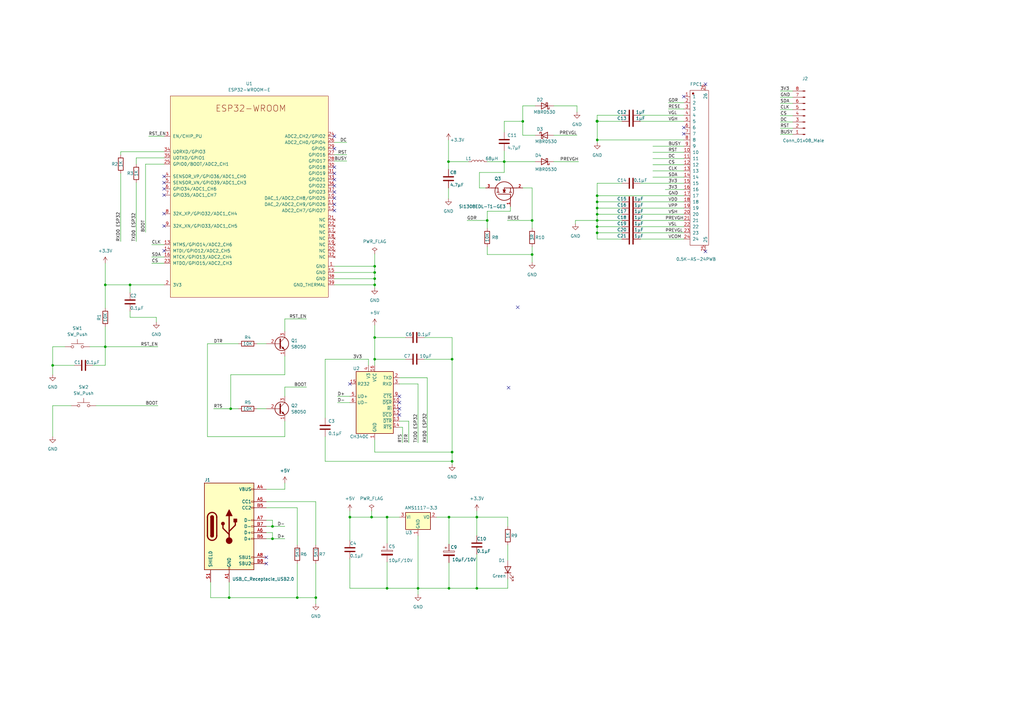
<source format=kicad_sch>
(kicad_sch (version 20211123) (generator eeschema)
  (paper "A3")
  (title_block (title "Epaer-mcu") (date "2022-11-02") (rev "V1.0"))
  (lib_symbols
    (symbol "05K-AS-24PWB:0.5K-AS-24PWB" (pin_names (offset 1.016))
      (property "Reference" "FPC" (at 0 37.338 0))
      (property "Value" "0.5K-AS-24PWB" (at 0 42.418 0))
      (symbol "0.5K-AS-24PWB_1_1"
        (pin input line (at -5.08 29.21 0) (length 2.54) (name "1") (number "1"))
        (pin input line (at -5.08 6.35 0) (length 2.54) (name "10") (number "10"))
        (pin input line (at -5.08 3.81 0) (length 2.54) (name "11") (number "11"))
        (pin input line (at -5.08 1.27 0) (length 2.54) (name "12") (number "12"))
        (pin input line (at -5.08 -1.27 0) (length 2.54) (name "13") (number "13"))
        (pin input line (at -5.08 -3.81 0) (length 2.54) (name "14") (number "14"))
        (pin input line (at -5.08 -6.35 0) (length 2.54) (name "15") (number "15"))
        (pin input line (at -5.08 -8.89 0) (length 2.54) (name "16") (number "16"))
        (pin input line (at -5.08 -11.43 0) (length 2.54) (name "17") (number "17"))
        (pin input line (at -5.08 -13.97 0) (length 2.54) (name "18") (number "18"))
        (pin input line (at -5.08 -16.51 0) (length 2.54) (name "19") (number "19"))
        (pin input line (at -5.08 26.67 0) (length 2.54) (name "2") (number "2"))
        (pin input line (at -5.08 -19.05 0) (length 2.54) (name "20") (number "20"))
        (pin input line (at -5.08 -21.59 0) (length 2.54) (name "21") (number "21"))
        (pin input line (at -5.08 -24.13 0) (length 2.54) (name "22") (number "22"))
        (pin input line (at -5.08 -26.67 0) (length 2.54) (name "23") (number "23"))
        (pin input line (at -5.08 -29.21 0) (length 2.54) (name "24") (number "24"))
        (pin input line (at 3.81 -34.29 90) (length 2.54) (name "25") (number "25"))
        (pin input line (at 3.81 34.29 270) (length 2.54) (name "26") (number "26"))
        (pin input line (at -5.08 24.13 0) (length 2.54) (name "3") (number "3"))
        (pin input line (at -5.08 21.59 0) (length 2.54) (name "4") (number "4"))
        (pin input line (at -5.08 19.05 0) (length 2.54) (name "5") (number "5"))
        (pin input line (at -5.08 16.51 0) (length 2.54) (name "6") (number "6"))
        (pin input line (at -5.08 13.97 0) (length 2.54) (name "7") (number "7"))
        (pin input line (at -5.08 11.43 0) (length 2.54) (name "8") (number "8"))
        (pin input line (at -5.08 8.89 0) (length 2.54) (name "9") (number "9"))
      )
    )
    (symbol "Connector:Conn_01x08_Male" (pin_names (offset 1.016) hide)
      (property "Reference" "J" (at 0 10.16 0))
      (property "Value" "Conn_01x08_Male" (at 0 -12.7 0))
      (symbol "Conn_01x08_Male_1_1"
        (pin passive line (at 5.08 7.62 180) (length 3.81) (name "Pin_1") (number "1"))
        (pin passive line (at 5.08 5.08 180) (length 3.81) (name "Pin_2") (number "2"))
        (pin passive line (at 5.08 2.54 180) (length 3.81) (name "Pin_3") (number "3"))
        (pin passive line (at 5.08 0 180) (length 3.81) (name "Pin_4") (number "4"))
        (pin passive line (at 5.08 -2.54 180) (length 3.81) (name "Pin_5") (number "5"))
        (pin passive line (at 5.08 -5.08 180) (length 3.81) (name "Pin_6") (number "6"))
        (pin passive line (at 5.08 -7.62 180) (length 3.81) (name "Pin_7") (number "7"))
        (pin passive line (at 5.08 -10.16 180) (length 3.81) (name "Pin_8") (number "8"))
      )
    )
    (symbol "Connector:USB_C_Receptacle_USB2.0" (pin_names (offset 1.016))
      (property "Reference" "J" (at -10.16 19.05 0))
      (property "Value" "USB_C_Receptacle_USB2.0" (at 19.05 19.05 0))
      (symbol "USB_C_Receptacle_USB2.0_1_1"
        (pin passive line (at 0 -22.86 90) (length 5.08) (name "GND") (number "A1"))
        (pin passive line (at 0 -22.86 90) (length 5.08) hide (name "GND") (number "A12"))
        (pin passive line (at 15.24 15.24 180) (length 5.08) (name "VBUS") (number "A4"))
        (pin bidirectional line (at 15.24 10.16 180) (length 5.08) (name "CC1") (number "A5"))
        (pin bidirectional line (at 15.24 -2.54 180) (length 5.08) (name "D+") (number "A6"))
        (pin bidirectional line (at 15.24 2.54 180) (length 5.08) (name "D-") (number "A7"))
        (pin bidirectional line (at 15.24 -12.7 180) (length 5.08) (name "SBU1") (number "A8"))
        (pin passive line (at 15.24 15.24 180) (length 5.08) hide (name "VBUS") (number "A9"))
        (pin passive line (at 0 -22.86 90) (length 5.08) hide (name "GND") (number "B1"))
        (pin passive line (at 0 -22.86 90) (length 5.08) hide (name "GND") (number "B12"))
        (pin passive line (at 15.24 15.24 180) (length 5.08) hide (name "VBUS") (number "B4"))
        (pin bidirectional line (at 15.24 7.62 180) (length 5.08) (name "CC2") (number "B5"))
        (pin bidirectional line (at 15.24 -5.08 180) (length 5.08) (name "D+") (number "B6"))
        (pin bidirectional line (at 15.24 0 180) (length 5.08) (name "D-") (number "B7"))
        (pin bidirectional line (at 15.24 -15.24 180) (length 5.08) (name "SBU2") (number "B8"))
        (pin passive line (at 15.24 15.24 180) (length 5.08) hide (name "VBUS") (number "B9"))
        (pin passive line (at -7.62 -22.86 90) (length 5.08) (name "SHIELD") (number "S1"))
      )
    )
    (symbol "Device:C" (pin_numbers hide) (pin_names (offset 0.254))
      (property "Reference" "C" (at 0.635 2.54 0))
      (property "Value" "C" (at 0.635 -2.54 0))
      (symbol "C_1_1"
        (pin passive line (at 0 3.81 270) (length 2.794) (name "~") (number "1"))
        (pin passive line (at 0 -3.81 90) (length 2.794) (name "~") (number "2"))
      )
    )
    (symbol "Device:C_Polarized" (pin_numbers hide) (pin_names (offset 0.254))
      (property "Reference" "C" (at 0.635 2.54 0))
      (property "Value" "C_Polarized" (at 0.635 -2.54 0))
      (symbol "C_Polarized_1_1"
        (pin passive line (at 0 3.81 270) (length 2.794) (name "~") (number "1"))
        (pin passive line (at 0 -3.81 90) (length 2.794) (name "~") (number "2"))
      )
    )
    (symbol "Device:L" (pin_numbers hide) (pin_names (offset 1.016) hide)
      (property "Reference" "L" (at -1.27 0 90))
      (property "Value" "L" (at 1.905 0 90))
      (symbol "L_1_1"
        (pin passive line (at 0 3.81 270) (length 1.27) (name "1") (number "1"))
        (pin passive line (at 0 -3.81 90) (length 1.27) (name "2") (number "2"))
      )
    )
    (symbol "Device:LED" (pin_numbers hide) (pin_names (offset 1.016) hide)
      (property "Reference" "D" (at 0 2.54 0))
      (property "Value" "LED" (at 0 -2.54 0))
      (symbol "LED_1_1"
        (pin passive line (at -3.81 0 0) (length 2.54) (name "K") (number "1"))
        (pin passive line (at 3.81 0 180) (length 2.54) (name "A") (number "2"))
      )
    )
    (symbol "Device:R" (pin_numbers hide) (pin_names (offset 0))
      (property "Reference" "R" (at 2.032 0 90))
      (property "Value" "R" (at 0 0 90))
      (symbol "R_1_1"
        (pin passive line (at 0 3.81 270) (length 1.27) (name "~") (number "1"))
        (pin passive line (at 0 -3.81 90) (length 1.27) (name "~") (number "2"))
      )
    )
    (symbol "Diode:MBR0530" (pin_numbers hide) (pin_names (offset 1.016) hide)
      (property "Reference" "D" (at 0 2.54 0))
      (property "Value" "MBR0530" (at 0 -2.54 0))
      (symbol "MBR0530_1_1"
        (pin passive line (at -3.81 0 0) (length 2.54) (name "K") (number "1"))
        (pin passive line (at 3.81 0 180) (length 2.54) (name "A") (number "2"))
      )
    )
    (symbol "Espressif:ESP32-WROOM-E" (pin_names (offset 1.016))
      (property "Reference" "U" (at 0 43.18 0))
      (property "Value" "ESP32-WROOM-E" (at 0 -41.91 0))
      (symbol "ESP32-WROOM-E_1_1"
        (text "ESP32-­WROOM­" (at 1.27 36.83 0) (effects (font (size 2.54 2.54))))
        (pin power_in line (at 35.56 -27.94 180) (length 2.54) (name "GND") (number "1"))
        (pin bidirectional line (at 35.56 0 180) (length 2.54) (name "DAC_1/ADC2_CH8/GPIO25") (number "10"))
        (pin bidirectional line (at 35.56 -2.54 180) (length 2.54) (name "DAC_2/ADC2_CH9/GPIO26") (number "11"))
        (pin bidirectional line (at 35.56 -5.08 180) (length 2.54) (name "ADC2_CH7/GPIO27") (number "12"))
        (pin bidirectional line (at -34.29 -19.05 0) (length 2.54) (name "MTMS/GPIO14/ADC2_CH6") (number "13"))
        (pin bidirectional line (at -34.29 -21.59 0) (length 2.54) (name "MTDI/GPIO12/ADC2_CH5") (number "14"))
        (pin power_in line (at 35.56 -30.48 180) (length 2.54) (name "GND") (number "15"))
        (pin bidirectional line (at -34.29 -24.13 0) (length 2.54) (name "MTCK/GPIO13/ADC2_CH4") (number "16"))
        (pin no_connect line (at 35.56 -13.97 180) (length 2.54) (name "NC") (number "17"))
        (pin no_connect line (at 35.56 -16.51 180) (length 2.54) (name "NC") (number "18"))
        (pin no_connect line (at 35.56 -19.05 180) (length 2.54) (name "NC") (number "19"))
        (pin power_in line (at -34.29 -35.56 0) (length 2.54) (name "3V3") (number "2"))
        (pin no_connect line (at 35.56 -21.59 180) (length 2.54) (name "NC") (number "20"))
        (pin no_connect line (at 35.56 -8.89 180) (length 2.54) (name "NC") (number "21"))
        (pin no_connect line (at 35.56 -11.43 180) (length 2.54) (name "NC") (number "22"))
        (pin bidirectional line (at -34.29 -26.67 0) (length 2.54) (name "MTDO/GPIO15/ADC2_CH3") (number "23"))
        (pin bidirectional line (at 35.56 25.4 180) (length 2.54) (name "ADC2_CH2/GPIO2") (number "24"))
        (pin bidirectional line (at -34.29 13.97 0) (length 2.54) (name "GPIO0/BOOT/ADC2_CH1") (number "25"))
        (pin bidirectional line (at 35.56 22.86 180) (length 2.54) (name "ADC2_CH0/GPIO4") (number "26"))
        (pin bidirectional line (at 35.56 17.78 180) (length 2.54) (name "GPIO16") (number "27"))
        (pin bidirectional line (at 35.56 15.24 180) (length 2.54) (name "GPIO17") (number "28"))
        (pin bidirectional line (at 35.56 20.32 180) (length 2.54) (name "GPIO5") (number "29"))
        (pin input line (at -34.29 25.4 0) (length 2.54) (name "EN/CHIP_PU") (number "3"))
        (pin bidirectional line (at 35.56 12.7 180) (length 2.54) (name "GPIO18") (number "30"))
        (pin bidirectional line (at 35.56 10.16 180) (length 2.54) (name "GPIO19") (number "31"))
        (pin no_connect line (at 35.56 -24.13 180) (length 2.54) (name "NC") (number "32"))
        (pin bidirectional line (at 35.56 7.62 180) (length 2.54) (name "GPIO21") (number "33"))
        (pin bidirectional line (at -34.29 19.05 0) (length 2.54) (name "U0RXD/GPIO3") (number "34"))
        (pin bidirectional line (at -34.29 16.51 0) (length 2.54) (name "U0TXD/GPIO1") (number "35"))
        (pin bidirectional line (at 35.56 5.08 180) (length 2.54) (name "GPIO22") (number "36"))
        (pin bidirectional line (at 35.56 2.54 180) (length 2.54) (name "GPIO23") (number "37"))
        (pin power_in line (at 35.56 -33.02 180) (length 2.54) (name "GND") (number "38"))
        (pin power_in line (at 35.56 -35.56 180) (length 2.54) (name "GND_THERMAL") (number "39"))
        (pin input line (at -34.29 8.89 0) (length 2.54) (name "SENSOR_VP/GPIO36/ADC1_CH0") (number "4"))
        (pin input line (at -34.29 6.35 0) (length 2.54) (name "SENSOR_VN/GPIO39/ADC1_CH3") (number "5"))
        (pin input line (at -34.29 3.81 0) (length 2.54) (name "GPIO34/ADC1_CH6") (number "6"))
        (pin input line (at -34.29 1.27 0) (length 2.54) (name "GPIO35/ADC1_CH7") (number "7"))
        (pin bidirectional line (at -34.29 -6.35 0) (length 2.54) (name "32K_XP/GPIO32/ADC1_CH4") (number "8"))
        (pin bidirectional line (at -34.29 -11.43 0) (length 2.54) (name "32K_XN/GPIO33/ADC1_CH5") (number "9"))
      )
    )
    (symbol "Interface_USB:CH340C"
      (property "Reference" "U" (at -5.08 13.97 0))
      (property "Value" "CH340C" (at 1.27 13.97 0))
      (symbol "CH340C_1_1"
        (pin power_in line (at 0 -15.24 90) (length 2.54) (name "GND") (number "1"))
        (pin input line (at 10.16 0 180) (length 2.54) (name "~{DSR}") (number "10"))
        (pin input line (at 10.16 -2.54 180) (length 2.54) (name "~{RI}") (number "11"))
        (pin input line (at 10.16 -5.08 180) (length 2.54) (name "~{DCD}") (number "12"))
        (pin output line (at 10.16 -7.62 180) (length 2.54) (name "~{DTR}") (number "13"))
        (pin output line (at 10.16 -10.16 180) (length 2.54) (name "~{RTS}") (number "14"))
        (pin input line (at -10.16 7.62 0) (length 2.54) (name "R232") (number "15"))
        (pin power_in line (at 0 15.24 270) (length 2.54) (name "VCC") (number "16"))
        (pin output line (at 10.16 10.16 180) (length 2.54) (name "TXD") (number "2"))
        (pin input line (at 10.16 7.62 180) (length 2.54) (name "RXD") (number "3"))
        (pin passive line (at -2.54 15.24 270) (length 2.54) (name "V3") (number "4"))
        (pin bidirectional line (at -10.16 2.54 0) (length 2.54) (name "UD+") (number "5"))
        (pin bidirectional line (at -10.16 0 0) (length 2.54) (name "UD-") (number "6"))
        (pin no_connect line (at -7.62 -7.62 0) (length 2.54) hide (name "NC") (number "7"))
        (pin no_connect line (at -7.62 -10.16 0) (length 2.54) hide (name "NC") (number "8"))
        (pin input line (at 10.16 2.54 180) (length 2.54) (name "~{CTS}") (number "9"))
      )
    )
    (symbol "Regulator_Linear:AMS1117-3.3" (pin_names (offset 0.254))
      (property "Reference" "U" (at -3.81 3.175 0))
      (property "Value" "AMS1117-3.3" (at 0 3.175 0))
      (symbol "AMS1117-3.3_1_1"
        (pin power_in line (at 0 -7.62 90) (length 2.54) (name "GND") (number "1"))
        (pin power_out line (at 7.62 0 180) (length 2.54) (name "VO") (number "2"))
        (pin power_in line (at -7.62 0 0) (length 2.54) (name "VI") (number "3"))
      )
    )
    (symbol "SI1308EDL-T1-GE3:SI1308EDL-T1-GE3" (pin_names (offset 1.016))
      (property "Reference" "Q" (at 11.43 3.81 0))
      (property "Value" "SI1308EDL-T1-GE3" (at 11.43 1.27 0))
      (symbol "SI1308EDL-T1-GE3_0_0"
        (pin bidirectional line (at 0 0 0) (length 2.54) (name "~") (number "1"))
        (pin bidirectional line (at 7.62 -5.08 90) (length 2.54) (name "~") (number "2"))
        (pin bidirectional line (at 7.62 10.16 270) (length 2.54) (name "~") (number "3"))
      )
    )
    (symbol "Switch:SW_Push" (pin_numbers hide) (pin_names (offset 1.016) hide)
      (property "Reference" "SW" (at 1.27 2.54 0))
      (property "Value" "SW_Push" (at 0 -1.524 0))
      (symbol "SW_Push_0_1"
        (pin passive line (at -5.08 0 0) (length 2.54) (name "1") (number "1"))
        (pin passive line (at 5.08 0 180) (length 2.54) (name "2") (number "2"))
      )
    )
    (symbol "Transistor_BJT:S8050" (pin_names (offset 0) hide)
      (property "Reference" "Q" (at 5.08 1.905 0))
      (property "Value" "S8050" (at 5.08 0 0))
      (symbol "S8050_1_1"
        (pin passive line (at 2.54 -5.08 90) (length 2.54) (name "E") (number "1"))
        (pin input line (at -5.08 0 0) (length 5.08) (name "B") (number "2"))
        (pin passive line (at 2.54 5.08 270) (length 2.54) (name "C") (number "3"))
      )
    )
    (symbol "power:+3.3V" (power) (pin_names (offset 0))
      (property "Value" "+3.3V" (at 0 3.556 0))
      (symbol "+3.3V_1_1"
        (pin power_in line (at 0 0 90) (length 0) hide (name "+3.3V") (number "1"))
      )
    )
    (symbol "power:+5V" (power) (pin_names (offset 0))
      (property "Value" "+5V" (at 0 3.556 0))
      (symbol "+5V_1_1"
        (pin power_in line (at 0 0 90) (length 0) hide (name "+5V") (number "1"))
      )
    )
    (symbol "power:GND" (power) (pin_names (offset 0))
      (property "Value" "GND" (at 0 -3.81 0))
      (symbol "GND_1_1"
        (pin power_in line (at 0 0 270) (length 0) hide (name "GND") (number "1"))
      )
    )
    (symbol "power:PWR_FLAG" (power) (pin_numbers hide) (pin_names (offset 0) hide)
      (property "Value" "PWR_FLAG" (at 0 3.81 0))
      (symbol "PWR_FLAG_0_0"
        (pin power_out line (at 0 0 90) (length 0) (name "pwr") (number "1"))
      )
    )
  )
  (junction (at 214.4268 49.784))
  (junction (at 244.9068 90.424))
  (junction (at 121.92 245.11))
  (junction (at 244.9576 57.404))
  (junction (at 244.9576 49.6824))
  (junction (at 158.75 212.09))
  (junction (at 143.51 212.09))
  (junction (at 244.9068 87.884))
  (junction (at 153.67 138.43))
  (junction (at 129.54 245.11))
  (junction (at 185.42 189.23))
  (junction (at 184.15 212.09))
  (junction (at 218.2368 104.394))
  (junction (at 21.59 149.86))
  (junction (at 111.76 215.9))
  (junction (at 153.67 147.32))
  (junction (at 152.4 212.09))
  (junction (at 153.67 116.84))
  (junction (at 111.76 220.98))
  (junction (at 183.9468 66.294))
  (junction (at 171.45 241.3))
  (junction (at 199.8218 90.424))
  (junction (at 195.58 212.09))
  (junction (at 43.18 116.84))
  (junction (at 195.58 241.3))
  (junction (at 43.18 142.24))
  (junction (at 244.9068 80.264))
  (junction (at 244.9068 49.784))
  (junction (at 185.42 147.32))
  (junction (at 53.34 116.84))
  (junction (at 244.856 49.6824))
  (junction (at 185.42 185.42))
  (junction (at 158.75 241.3))
  (junction (at 153.67 109.22))
  (junction (at 206.8068 66.294))
  (junction (at 153.67 111.76))
  (junction (at 94.615 167.64))
  (junction (at 244.9068 85.344))
  (junction (at 184.15 241.3))
  (junction (at 93.98 245.11))
  (junction (at 244.9068 92.964))
  (junction (at 218.2368 90.424))
  (junction (at 153.67 114.3))
  (junction (at 244.9068 95.504))
  (junction (at 244.9068 82.804))
  (no_connect (at 143.51 157.48))
  (no_connect (at 137.16 81.28))
  (no_connect (at 208.5848 159.004))
  (no_connect (at 137.16 83.82))
  (no_connect (at 137.16 76.2))
  (no_connect (at 137.16 68.58))
  (no_connect (at 212.344 126.0348))
  (no_connect (at 67.31 72.39))
  (no_connect (at 67.31 102.87))
  (no_connect (at 67.31 87.63))
  (no_connect (at 163.83 162.56))
  (no_connect (at 289.3568 34.544))
  (no_connect (at 137.16 73.66))
  (no_connect (at 137.16 60.96))
  (no_connect (at 137.16 78.74))
  (no_connect (at 280.4668 54.864))
  (no_connect (at 163.83 170.18))
  (no_connect (at 67.31 80.01))
  (no_connect (at 67.31 77.47))
  (no_connect (at 109.22 231.14))
  (no_connect (at 289.3568 103.124))
  (no_connect (at 280.4668 52.324))
  (no_connect (at 137.16 86.36))
  (no_connect (at 163.83 165.1))
  (no_connect (at 163.83 167.64))
  (no_connect (at 280.4668 39.624))
  (no_connect (at 137.16 55.88))
  (no_connect (at 67.31 92.71))
  (no_connect (at 137.16 71.12))
  (no_connect (at 109.22 228.6))
  (no_connect (at 67.31 74.93))
  (wire (pts (xy 272.8468 77.724) (xy 280.4668 77.724)))
  (wire (pts (xy 199.8218 104.394) (xy 218.2368 104.394)))
  (wire (pts (xy 109.22 218.44) (xy 111.76 218.44)))
  (wire (pts (xy 21.59 149.86) (xy 21.59 153.67)))
  (wire (pts (xy 195.58 212.09) (xy 208.28 212.09)))
  (wire (pts (xy 267.7668 67.564) (xy 280.4668 67.564)))
  (wire (pts (xy 111.76 213.36) (xy 111.76 215.9)))
  (wire (pts (xy 185.42 147.32) (xy 185.42 185.42)))
  (wire (pts (xy 153.67 133.35) (xy 153.67 138.43)))
  (wire (pts (xy 109.22 220.98) (xy 111.76 220.98)))
  (wire (pts (xy 244.9068 75.184) (xy 244.9068 80.264)))
  (wire (pts (xy 244.9576 57.404) (xy 280.4668 57.404)))
  (wire (pts (xy 184.15 241.3) (xy 195.58 241.3)))
  (wire (pts (xy 163.83 157.48) (xy 171.45 157.48)))
  (wire (pts (xy 67.31 62.23) (xy 49.53 62.23)))
  (wire (pts (xy 116.84 153.67) (xy 94.615 153.67)))
  (wire (pts (xy 227.1268 55.499) (xy 236.6518 55.499)))
  (wire (pts (xy 171.45 241.3) (xy 184.15 241.3)))
  (wire (pts (xy 21.59 166.37) (xy 21.59 179.07)))
  (wire (pts (xy 195.58 209.55) (xy 195.58 212.09)))
  (wire (pts (xy 138.43 165.1) (xy 143.51 165.1)))
  (wire (pts (xy 64.135 130.175) (xy 64.135 132.08)))
  (wire (pts (xy 163.83 175.26) (xy 165.1 175.26)))
  (wire (pts (xy 62.23 105.41) (xy 67.31 105.41)))
  (wire (pts (xy 274.1168 44.704) (xy 280.4668 44.704)))
  (wire (pts (xy 38.1 149.86) (xy 43.18 149.86)))
  (wire (pts (xy 171.45 157.48) (xy 171.45 181.61)))
  (wire (pts (xy 143.51 212.09) (xy 152.4 212.09)))
  (wire (pts (xy 185.42 138.43) (xy 185.42 147.32)))
  (wire (pts (xy 199.8218 86.614) (xy 199.8218 90.424)))
  (wire (pts (xy 262.6868 85.344) (xy 280.4668 85.344)))
  (wire (pts (xy 153.67 104.14) (xy 153.67 109.22)))
  (wire (pts (xy 244.9068 82.804) (xy 255.0668 82.804)))
  (wire (pts (xy 109.22 213.36) (xy 111.76 213.36)))
  (wire (pts (xy 206.8068 49.784) (xy 214.4268 49.784)))
  (wire (pts (xy 55.88 74.93) (xy 55.88 99.06)))
  (wire (pts (xy 43.18 107.95) (xy 43.18 116.84)))
  (wire (pts (xy 262.6868 95.504) (xy 280.4668 95.504)))
  (wire (pts (xy 262.6868 75.184) (xy 280.4668 75.184)))
  (wire (pts (xy 262.6868 47.244) (xy 280.4668 47.244)))
  (wire (pts (xy 325.12 42.418) (xy 320.04 42.418)))
  (wire (pts (xy 244.9068 95.504) (xy 255.0668 95.504)))
  (wire (pts (xy 137.16 114.3) (xy 153.67 114.3)))
  (wire (pts (xy 219.5068 43.434) (xy 214.4268 43.434)))
  (wire (pts (xy 111.76 220.98) (xy 116.84 220.98)))
  (wire (pts (xy 208.28 241.3) (xy 208.28 237.49)))
  (wire (pts (xy 153.67 114.3) (xy 153.67 116.84)))
  (wire (pts (xy 143.51 229.235) (xy 143.51 241.3)))
  (wire (pts (xy 183.9468 66.294) (xy 183.9468 69.469)))
  (wire (pts (xy 158.75 212.09) (xy 163.83 212.09)))
  (wire (pts (xy 21.59 142.24) (xy 26.67 142.24)))
  (wire (pts (xy 153.67 147.32) (xy 153.67 149.86)))
  (wire (pts (xy 43.18 142.24) (xy 64.77 142.24)))
  (wire (pts (xy 274.1168 42.164) (xy 280.4668 42.164)))
  (wire (pts (xy 171.45 219.71) (xy 171.45 241.3)))
  (wire (pts (xy 244.9576 58.5724) (xy 244.9576 57.404)))
  (wire (pts (xy 49.53 71.12) (xy 49.53 99.06)))
  (wire (pts (xy 153.67 185.42) (xy 185.42 185.42)))
  (wire (pts (xy 179.07 212.09) (xy 184.15 212.09)))
  (wire (pts (xy 325.12 50.038) (xy 320.04 50.038)))
  (wire (pts (xy 262.6868 87.884) (xy 280.4668 87.884)))
  (wire (pts (xy 167.64 172.72) (xy 167.64 181.61)))
  (wire (pts (xy 21.59 142.24) (xy 21.59 149.86)))
  (wire (pts (xy 244.9068 80.264) (xy 280.4668 80.264)))
  (wire (pts (xy 67.31 64.77) (xy 55.88 64.77)))
  (wire (pts (xy 173.99 138.43) (xy 185.42 138.43)))
  (wire (pts (xy 93.98 245.11) (xy 121.92 245.11)))
  (wire (pts (xy 209.3468 86.614) (xy 199.8218 86.614)))
  (wire (pts (xy 153.67 109.22) (xy 153.67 111.76)))
  (wire (pts (xy 325.12 52.578) (xy 320.04 52.578)))
  (wire (pts (xy 94.615 167.64) (xy 97.79 167.64)))
  (wire (pts (xy 158.75 241.3) (xy 171.45 241.3)))
  (wire (pts (xy 59.69 67.31) (xy 59.69 95.25)))
  (wire (pts (xy 183.9468 57.404) (xy 183.9468 66.294)))
  (wire (pts (xy 53.34 116.84) (xy 53.34 120.015)))
  (wire (pts (xy 173.99 147.32) (xy 185.42 147.32)))
  (wire (pts (xy 53.34 127.635) (xy 53.34 130.175)))
  (wire (pts (xy 116.84 158.75) (xy 125.73 158.75)))
  (wire (pts (xy 153.67 116.84) (xy 153.67 118.11)))
  (wire (pts (xy 185.42 189.23) (xy 185.42 190.5)))
  (wire (pts (xy 244.9576 57.404) (xy 244.9576 49.6824)))
  (wire (pts (xy 138.43 162.56) (xy 143.51 162.56)))
  (wire (pts (xy 267.7668 72.644) (xy 280.4668 72.644)))
  (wire (pts (xy 137.16 63.5) (xy 142.24 63.5)))
  (wire (pts (xy 195.58 241.3) (xy 208.28 241.3)))
  (wire (pts (xy 262.6868 82.804) (xy 280.4668 82.804)))
  (wire (pts (xy 43.18 116.84) (xy 53.34 116.84)))
  (wire (pts (xy 262.6868 98.044) (xy 280.4668 98.044)))
  (wire (pts (xy 184.15 230.7844) (xy 184.15 241.3)))
  (wire (pts (xy 244.9068 87.884) (xy 255.0668 87.884)))
  (wire (pts (xy 152.4 212.09) (xy 158.75 212.09)))
  (wire (pts (xy 60.96 55.88) (xy 67.31 55.88)))
  (wire (pts (xy 196.6468 77.089) (xy 196.6468 70.739)))
  (wire (pts (xy 43.18 133.985) (xy 43.18 142.24)))
  (wire (pts (xy 244.9068 85.344) (xy 244.9068 87.884)))
  (wire (pts (xy 151.13 149.86) (xy 151.13 147.32)))
  (wire (pts (xy 163.83 172.72) (xy 167.64 172.72)))
  (wire (pts (xy 267.7668 70.104) (xy 280.4668 70.104)))
  (wire (pts (xy 62.23 100.33) (xy 67.31 100.33)))
  (wire (pts (xy 105.41 167.64) (xy 109.22 167.64)))
  (wire (pts (xy 183.9468 77.089) (xy 183.9468 81.534)))
  (wire (pts (xy 218.2368 104.394) (xy 218.2368 107.569)))
  (wire (pts (xy 97.79 140.97) (xy 85.09 140.97)))
  (wire (pts (xy 244.9068 47.244) (xy 244.9068 49.784)))
  (wire (pts (xy 184.15 212.09) (xy 184.15 223.1644)))
  (wire (pts (xy 129.54 245.11) (xy 129.54 231.14)))
  (wire (pts (xy 262.6868 92.964) (xy 280.4668 92.964)))
  (wire (pts (xy 137.16 58.42) (xy 142.24 58.42)))
  (wire (pts (xy 192.2018 66.294) (xy 183.9468 66.294)))
  (wire (pts (xy 244.9068 98.044) (xy 255.0668 98.044)))
  (wire (pts (xy 171.45 241.3) (xy 171.45 243.84)))
  (wire (pts (xy 214.4268 49.784) (xy 214.4268 55.499)))
  (wire (pts (xy 196.6468 70.739) (xy 206.8068 70.739)))
  (wire (pts (xy 133.35 147.32) (xy 151.13 147.32)))
  (wire (pts (xy 244.9068 49.784) (xy 255.0668 49.784)))
  (wire (pts (xy 21.59 149.86) (xy 30.48 149.86)))
  (wire (pts (xy 153.67 138.43) (xy 153.67 147.32)))
  (wire (pts (xy 39.37 166.37) (xy 64.77 166.37)))
  (wire (pts (xy 153.67 111.76) (xy 153.67 114.3)))
  (wire (pts (xy 133.35 179.07) (xy 133.35 189.23)))
  (wire (pts (xy 236.0168 91.7448) (xy 236.0168 90.424)))
  (wire (pts (xy 244.9068 90.424) (xy 236.0168 90.424)))
  (wire (pts (xy 116.84 162.56) (xy 116.84 158.75)))
  (wire (pts (xy 36.83 142.24) (xy 43.18 142.24)))
  (wire (pts (xy 86.36 238.76) (xy 86.36 245.11)))
  (wire (pts (xy 208.28 212.09) (xy 208.28 215.9)))
  (wire (pts (xy 218.2368 101.219) (xy 218.2368 104.394)))
  (wire (pts (xy 116.84 146.05) (xy 116.84 153.67)))
  (wire (pts (xy 121.92 245.11) (xy 129.54 245.11)))
  (wire (pts (xy 109.22 200.66) (xy 116.84 200.66)))
  (wire (pts (xy 199.8218 66.294) (xy 206.8068 66.294)))
  (wire (pts (xy 93.98 238.76) (xy 93.98 245.11)))
  (wire (pts (xy 105.41 140.97) (xy 109.22 140.97)))
  (wire (pts (xy 227.1268 66.294) (xy 237.2868 66.294)))
  (wire (pts (xy 255.0668 47.244) (xy 244.9068 47.244)))
  (wire (pts (xy 244.9068 92.964) (xy 255.0668 92.964)))
  (wire (pts (xy 111.76 218.44) (xy 111.76 220.98)))
  (wire (pts (xy 87.63 167.64) (xy 94.615 167.64)))
  (wire (pts (xy 121.92 245.11) (xy 121.92 231.14)))
  (wire (pts (xy 325.12 47.498) (xy 320.04 47.498)))
  (wire (pts (xy 244.9068 90.424) (xy 255.0668 90.424)))
  (wire (pts (xy 137.16 66.04) (xy 142.24 66.04)))
  (wire (pts (xy 262.6868 49.784) (xy 280.4668 49.784)))
  (wire (pts (xy 116.84 179.07) (xy 116.84 172.72)))
  (wire (pts (xy 153.67 147.32) (xy 166.37 147.32)))
  (wire (pts (xy 244.9068 85.344) (xy 255.0668 85.344)))
  (wire (pts (xy 133.35 189.23) (xy 185.42 189.23)))
  (wire (pts (xy 133.35 147.32) (xy 133.35 171.45)))
  (wire (pts (xy 267.7668 65.024) (xy 280.4668 65.024)))
  (wire (pts (xy 244.9068 90.424) (xy 244.9068 92.964)))
  (wire (pts (xy 267.7668 62.484) (xy 280.4668 62.484)))
  (wire (pts (xy 55.88 64.77) (xy 55.88 67.31)))
  (wire (pts (xy 137.16 111.76) (xy 153.67 111.76)))
  (wire (pts (xy 206.8068 54.229) (xy 206.8068 49.784)))
  (wire (pts (xy 116.84 135.89) (xy 116.84 130.81)))
  (wire (pts (xy 184.15 212.09) (xy 195.58 212.09)))
  (wire (pts (xy 236.6518 43.434) (xy 236.6518 45.974)))
  (wire (pts (xy 244.9068 80.264) (xy 244.9068 82.804)))
  (wire (pts (xy 325.12 55.118) (xy 320.04 55.118)))
  (wire (pts (xy 137.16 116.84) (xy 153.67 116.84)))
  (wire (pts (xy 49.53 62.23) (xy 49.53 63.5)))
  (wire (pts (xy 53.34 130.175) (xy 64.135 130.175)))
  (wire (pts (xy 152.4 209.55) (xy 152.4 212.09)))
  (wire (pts (xy 218.2368 77.089) (xy 214.4268 77.089)))
  (wire (pts (xy 208.28 223.52) (xy 208.28 229.87)))
  (wire (pts (xy 43.18 149.86) (xy 43.18 142.24)))
  (wire (pts (xy 129.54 205.74) (xy 109.22 205.74)))
  (wire (pts (xy 116.84 198.12) (xy 116.84 200.66)))
  (wire (pts (xy 199.8218 90.424) (xy 199.8218 93.599)))
  (wire (pts (xy 325.12 37.338) (xy 320.04 37.338)))
  (wire (pts (xy 199.1868 77.089) (xy 196.6468 77.089)))
  (wire (pts (xy 29.21 166.37) (xy 21.59 166.37)))
  (wire (pts (xy 85.09 179.07) (xy 116.84 179.07)))
  (wire (pts (xy 62.23 107.95) (xy 67.31 107.95)))
  (wire (pts (xy 86.36 245.11) (xy 93.98 245.11)))
  (wire (pts (xy 244.9576 49.6824) (xy 244.856 49.6824)))
  (wire (pts (xy 111.76 215.9) (xy 116.84 215.9)))
  (wire (pts (xy 218.2368 90.424) (xy 218.2368 93.599)))
  (wire (pts (xy 325.12 44.958) (xy 320.04 44.958)))
  (wire (pts (xy 267.7668 59.944) (xy 280.4668 59.944)))
  (wire (pts (xy 244.9068 82.804) (xy 244.9068 85.344)))
  (wire (pts (xy 195.58 227.33) (xy 195.58 241.3)))
  (wire (pts (xy 121.92 208.28) (xy 109.22 208.28)))
  (wire (pts (xy 143.51 241.3) (xy 158.75 241.3)))
  (wire (pts (xy 206.8068 66.294) (xy 219.5068 66.294)))
  (wire (pts (xy 214.4268 55.499) (xy 219.5068 55.499)))
  (wire (pts (xy 262.6868 90.424) (xy 280.4668 90.424)))
  (wire (pts (xy 158.75 212.09) (xy 158.75 222.885)))
  (wire (pts (xy 218.2368 77.089) (xy 218.2368 90.424)))
  (wire (pts (xy 244.9068 92.964) (xy 244.9068 95.504)))
  (wire (pts (xy 129.54 245.11) (xy 129.54 247.65)))
  (wire (pts (xy 206.8068 66.294) (xy 206.8068 70.739)))
  (wire (pts (xy 208.0768 90.424) (xy 218.2368 90.424)))
  (wire (pts (xy 191.5668 90.424) (xy 199.8218 90.424)))
  (wire (pts (xy 67.31 67.31) (xy 59.69 67.31)))
  (wire (pts (xy 195.58 212.09) (xy 195.58 219.71)))
  (wire (pts (xy 206.8068 61.849) (xy 206.8068 66.294)))
  (wire (pts (xy 199.8218 101.219) (xy 199.8218 104.394)))
  (wire (pts (xy 129.54 223.52) (xy 129.54 205.74)))
  (wire (pts (xy 209.3468 84.709) (xy 209.3468 86.614)))
  (wire (pts (xy 94.615 153.67) (xy 94.615 167.64)))
  (wire (pts (xy 109.22 215.9) (xy 111.76 215.9)))
  (wire (pts (xy 143.51 212.09) (xy 143.51 221.615)))
  (wire (pts (xy 325.12 39.878) (xy 320.04 39.878)))
  (wire (pts (xy 137.16 109.22) (xy 153.67 109.22)))
  (wire (pts (xy 244.9068 75.184) (xy 255.0668 75.184)))
  (wire (pts (xy 153.67 180.34) (xy 153.67 185.42)))
  (wire (pts (xy 227.1268 43.434) (xy 236.6518 43.434)))
  (wire (pts (xy 158.75 230.505) (xy 158.75 241.3)))
  (wire (pts (xy 163.83 154.94) (xy 175.26 154.94)))
  (wire (pts (xy 53.34 116.84) (xy 67.31 116.84)))
  (wire (pts (xy 214.4268 43.434) (xy 214.4268 49.784)))
  (wire (pts (xy 43.18 116.84) (xy 43.18 126.365)))
  (wire (pts (xy 244.9068 95.504) (xy 244.9068 98.044)))
  (wire (pts (xy 185.42 185.42) (xy 185.42 189.23)))
  (wire (pts (xy 116.84 130.81) (xy 125.73 130.81)))
  (wire (pts (xy 85.09 140.97) (xy 85.09 179.07)))
  (wire (pts (xy 153.67 138.43) (xy 166.37 138.43)))
  (wire (pts (xy 175.26 154.94) (xy 175.26 181.61)))
  (wire (pts (xy 121.92 223.52) (xy 121.92 208.28)))
  (wire (pts (xy 244.9068 87.884) (xy 244.9068 90.424)))
  (wire (pts (xy 165.1 175.26) (xy 165.1 181.61)))
  (wire (pts (xy 143.51 209.55) (xy 143.51 212.09)))
  (label "D+" (at 116.84 220.98 180))
  (label "3V3" (at 144.78 147.32 0))
  (label "3V3" (at 320.04 37.338 0))
  (label "BOOT" (at 59.69 95.25 90))
  (label "VGL" (at 274.1168 47.244 0))
  (label "RXD0 ESP32" (at 175.26 181.61 90))
  (label "D-" (at 138.43 165.1 0))
  (label "RST" (at 274.1168 62.484 0))
  (label "RXD0 ESP32" (at 49.53 99.06 90))
  (label "GND" (at 320.04 39.878 0))
  (label "CLK" (at 320.04 44.958 0))
  (label "RST_EN" (at 60.96 55.88 0))
  (label "CS" (at 274.1168 67.564 0))
  (label "RESE" (at 208.0768 90.424 0))
  (label "PREVGL" (at 236.6518 55.499 180))
  (label "GDR" (at 191.5668 90.424 0))
  (label "CLK" (at 62.23 100.33 0))
  (label "BUSY" (at 320.04 55.118 0))
  (label "DTR" (at 87.63 140.97 0))
  (label "RST_EN" (at 125.73 130.81 180))
  (label "TXD0 ESP32" (at 55.88 99.06 90))
  (label "DC" (at 274.1168 65.024 0))
  (label "RST_EN" (at 64.77 142.24 180))
  (label "DC" (at 142.24 58.42 180))
  (label "3V3" (at 274.1168 75.184 0))
  (label "DC" (at 320.04 50.038 0))
  (label "D+" (at 138.43 162.56 0))
  (label "SDA" (at 62.23 105.41 0))
  (label "SDA" (at 274.1168 72.644 0))
  (label "DTR" (at 167.64 181.61 90))
  (label "PREVGH" (at 272.8468 90.424 0))
  (label "BOOT" (at 125.73 158.75 180))
  (label "RTS" (at 87.63 167.64 0))
  (label "VGH" (at 274.1168 49.784 0))
  (label "D-" (at 116.84 215.9 180))
  (label "BUSY" (at 274.1168 59.944 0))
  (label "TXD0 ESP32" (at 171.45 181.61 90))
  (label "GDR" (at 274.1168 42.164 0))
  (label "RESE" (at 274.1168 44.704 0))
  (label "GND" (at 274.1168 80.264 0))
  (label "CS" (at 320.04 47.498 0))
  (label "VPP" (at 274.1168 85.344 0))
  (label "VCOM" (at 274.1168 98.044 0))
  (label "RST" (at 320.04 52.578 0))
  (label "BUSY" (at 142.24 66.04 180))
  (label "VSL" (at 274.1168 92.964 0))
  (label "RTS" (at 165.1 181.61 90))
  (label "PREVGL" (at 272.8468 95.504 0))
  (label "CS" (at 62.23 107.95 0))
  (label "3V3" (at 274.1168 77.724 0))
  (label "CLK" (at 274.1168 70.104 0))
  (label "RST" (at 142.24 63.5 180))
  (label "BOOT" (at 64.77 166.37 180))
  (label "VSH" (at 274.1168 87.884 0))
  (label "SDA" (at 320.04 42.418 0))
  (label "PREVGH" (at 237.2868 66.294 180))
  (label "VDD" (at 274.1168 82.804 0))
  (symbol (lib_id "power:PWR_FLAG") (at 152.4 209.55 0) (unit 1)
    (property "Reference" "#FLG01" (effects hide))
    (property "Value" "PWR_FLAG" (at 152.4 204.47 0))
  )
  (symbol (lib_id "power:+5V") (at 153.67 133.35 0) (unit 1)
    (property "Reference" "#PWR09" (effects hide))
    (property "Value" "+5V" (at 153.67 128.27 0))
  )
  (symbol (lib_id "SI1308EDL-T1-GE3:SI1308EDL-T1-GE3") (at 209.3468 84.709 90) (unit 1)
    (property "Reference" "Q3" (at 205.5367 73.279 90) (effects (justify left)))
    (property "Value" "SI1308EDL-T1-GE3" (at 207.4418 84.709 90) (effects (justify left)))
    (property "Footprint" "SI1308EDL-T1-GE3:SOT65P210X110-3N" (effects hide))
    (property "Mouser_Part_Number" "78-SI1308EDL-T1-GE3" (effects hide))
    (property "Mouser_Price-Stock" "https://www.mouser.co.uk/ProductDetail/Vishay-Semiconductors/SI1308EDL-T1-GE3?qs=bX1%252BNvsK%2FBramh9tgpOaEw%3D%3D" (effects hide))
    (property "Manufacturer_Part_Number" "Si1308EDL-T1-GE3" (effects hide))
    (property "Height" "1.1mm" (effects hide))
    (property "Description" "MOSFET N-Ch 30V 1.5A TrenchFET SC70 Vishay Si1308EDL-T1-GE3 N-channel MOSFET Transistor, 1.5 A, 30 V, 3-Pin SC-70" (effects hide))
    (property "Manufacturer_Name" "Vishay" (effects hide))
  )
  (symbol (lib_id "power:+3.3V") (at 183.9468 57.404 0) (unit 1)
    (property "Reference" "#PWR011" (effects hide))
    (property "Value" "+3.3V" (at 184.5818 57.404 0) (effects (justify left)))
  )
  (symbol (lib_id "Switch:SW_Push") (at 31.75 142.24 0) (unit 1)
    (property "Reference" "SW1" (at 31.75 134.62 0))
    (property "Value" "SW_Push" (at 31.75 137.16 0))
    (property "Footprint" "Button_Switch_SMD:SW_SPST_B3U-1000P" (effects hide))
  )
  (symbol (lib_id "Device:R") (at 199.8218 97.409 0) (unit 1)
    (property "Reference" "R8" (at 201.7268 97.409 0) (effects (justify left)))
    (property "Value" "10K" (at 199.8218 99.314 90) (effects (justify left)))
    (property "Footprint" "Resistor_SMD:R_0603_1608Metric" (effects hide))
  )
  (symbol (lib_id "power:GND") (at 236.0168 91.7448 0) (unit 1)
    (property "Reference" "#PWR016" (effects hide))
    (property "Value" "GND" (at 236.0168 96.8248 0))
  )
  (symbol (lib_id "power:PWR_FLAG") (at 153.67 104.14 0) (unit 1)
    (property "Reference" "#FLG02" (effects hide))
    (property "Value" "PWR_FLAG" (at 153.67 99.06 0))
  )
  (symbol (lib_id "Transistor_BJT:S8050") (at 114.3 140.97 0) (unit 1)
    (property "Reference" "Q1" (at 119.38 139.6999 0) (effects (justify left)))
    (property "Value" "S8050" (at 119.38 142.2399 0) (effects (justify left)))
    (property "Footprint" "Package_TO_SOT_SMD:SOT-23" (effects hide))
    (property "Datasheet" "http://www.unisonic.com.tw/datasheet/S8050.pdf" (effects hide))
  )
  (symbol (lib_id "Interface_USB:CH340C") (at 153.67 165.1 0) (unit 1)
    (property "Reference" "U2" (at 144.78 151.13 0) (effects (justify left)))
    (property "Value" "CH340C" (at 143.51 179.07 0) (effects (justify left)))
    (property "Footprint" "Package_SO:SOIC-16_3.9x9.9mm_P1.27mm" (effects hide))
    (property "Datasheet" "https://datasheet.lcsc.com/szlcsc/Jiangsu-Qin-Heng-CH340C_C84681.pdf" (effects hide))
  )
  (symbol (lib_id "Device:C_Polarized") (at 184.15 226.9744 0) (unit 1)
    (property "Reference" "C9" (at 184.785 224.4344 0) (effects (justify left)))
    (property "Value" "10μF/10V" (at 185.42 229.5144 0) (effects (justify left)))
    (property "Footprint" "Capacitor_SMD:C_0603_1608Metric" (effects hide))
  )
  (symbol (lib_id "Device:C") (at 133.35 175.26 0) (unit 1)
    (property "Reference" "C3" (at 134.62 172.72 0) (effects (justify left)))
    (property "Value" "0.1μF" (at 134.62 177.8 0) (effects (justify left)))
    (property "Footprint" "Capacitor_SMD:C_0603_1608Metric" (effects hide))
    (property "Footprint" "Capacitor_SMD:C_0603_1608Metric" (effects hide))
    (property "Reference" "C3" (effects hide))
    (property "Value" "0.1μF" (effects hide))
  )
  (symbol (lib_id "Device:C_Polarized") (at 158.75 226.695 0) (unit 1)
    (property "Reference" "C5" (at 159.385 224.155 0) (effects (justify left)))
    (property "Value" "10μF/10V" (at 159.385 229.87 0) (effects (justify left)))
    (property "Footprint" "Capacitor_SMD:C_0603_1608Metric" (effects hide))
  )
  (symbol (lib_id "Device:C") (at 258.8768 90.424 90) (unit 1)
    (property "Reference" "C18" (at 255.0668 89.154 90))
    (property "Value" "1μF" (at 262.0518 89.154 90))
    (property "Footprint" "Capacitor_SMD:C_0603_1608Metric" (effects hide))
    (property "Footprint" "Capacitor_SMD:C_0603_1608Metric" (effects hide))
    (property "Reference" "C18" (effects hide))
    (property "Value" "1μF" (effects hide))
  )
  (symbol (lib_id "Device:R") (at 208.28 219.71 0) (unit 1)
    (property "Reference" "R9" (at 209.55 219.71 0) (effects (justify left)))
    (property "Value" "1K" (at 208.28 220.98 90) (effects (justify left)))
    (property "Footprint" "Resistor_SMD:R_0603_1608Metric" (effects hide))
  )
  (symbol (lib_id "Connector:USB_C_Receptacle_USB2.0") (at 93.98 215.9 0) (unit 1)
    (property "Reference" "J1" (at 85.09 196.85 0))
    (property "Value" "USB_C_Receptacle_USB2.0" (at 107.95 237.49 0))
    (property "Footprint" "Connector_USB:USB_C_Receptacle_XKB_U262-16XN-4BVC11" (effects hide))
    (property "Datasheet" "https://www.usb.org/sites/default/files/documents/usb_type-c.zip" (effects hide))
  )
  (symbol (lib_id "Device:C") (at 143.51 225.425 0) (unit 1)
    (property "Reference" "C4" (at 143.51 222.885 0) (effects (justify left)))
    (property "Value" "0.1μF" (at 143.51 227.965 0) (effects (justify left)))
    (property "Footprint" "Capacitor_SMD:C_0603_1608Metric" (effects hide))
  )
  (symbol (lib_id "Device:C") (at 170.18 138.43 270) (unit 1)
    (property "Reference" "C6" (at 167.64 137.16 90))
    (property "Value" "0.1μF" (at 173.99 137.16 90))
    (property "Footprint" "Capacitor_SMD:C_0603_1608Metric" (effects hide))
  )
  (symbol (lib_id "Device:C") (at 183.9468 73.279 180) (unit 1)
    (property "Reference" "C8" (at 184.5818 70.739 0) (effects (justify right)))
    (property "Value" "4.7μF" (at 184.5818 75.819 0) (effects (justify right)))
    (property "Footprint" "Capacitor_SMD:C_0603_1608Metric" (effects hide))
  )
  (symbol (lib_id "Device:R") (at 129.54 227.33 0) (unit 1)
    (property "Reference" "R7" (at 130.81 227.33 0) (effects (justify left)))
    (property "Value" "5K1" (at 129.54 228.6 90) (effects (justify left)))
    (property "Footprint" "Resistor_SMD:R_0603_1608Metric" (effects hide))
  )
  (symbol (lib_id "Device:R") (at 218.2368 97.409 0) (unit 1)
    (property "Reference" "R10" (at 219.5068 97.409 0) (effects (justify left)))
    (property "Value" "3R" (at 218.2368 98.679 90) (effects (justify left)))
    (property "Footprint" "Inductor_SMD:L_0603_1608Metric" (effects hide))
  )
  (symbol (lib_id "power:GND") (at 129.54 247.65 0) (unit 1)
    (property "Reference" "#PWR06" (effects hide))
    (property "Value" "GND" (at 129.54 252.73 0))
  )
  (symbol (lib_id "Diode:MBR0530") (at 223.3168 43.434 180) (unit 1)
    (property "Reference" "D2" (at 221.4118 40.894 0))
    (property "Value" "MBR0530" (at 223.3168 45.974 0))
    (property "Footprint" "Diode_SMD:D_SOD-123" (effects hide))
    (property "Datasheet" "http://www.mccsemi.com/up_pdf/MBR0520~MBR0580(SOD123).pdf" (effects hide))
  )
  (symbol (lib_id "Espressif:ESP32-WROOM-E") (at 101.6 81.28 0) (unit 1)
    (property "Reference" "U1" (at 102.235 34.29 0))
    (property "Value" "ESP32-WROOM-E" (at 102.235 36.83 0))
    (property "Footprint" "Espressif:ESP32-WROOM-32E" (effects hide))
    (property "Datasheet" "https://www.espressif.com/sites/default/files/documentation/esp32-wroom-32e_esp32-wroom-32ue_datasheet_en.pdf" (effects hide))
  )
  (symbol (lib_id "Device:LED") (at 208.28 233.68 90) (unit 1)
    (property "Reference" "D1" (at 204.47 229.87 90) (effects (justify right)))
    (property "Value" "Green" (at 201.93 236.22 90) (effects (justify right)))
    (property "Footprint" "LED_SMD:LED_0603_1608Metric" (effects hide))
  )
  (symbol (lib_id "Device:C") (at 53.34 123.825 0) (unit 1)
    (property "Reference" "C2" (at 53.34 121.285 0) (effects (justify left)))
    (property "Value" "0.1μF" (at 53.34 126.365 0) (effects (justify left)))
    (property "Footprint" "Capacitor_SMD:C_0603_1608Metric" (effects hide))
  )
  (symbol (lib_id "Device:C") (at 258.8768 75.184 90) (unit 1)
    (property "Reference" "C14" (at 255.0668 73.914 90))
    (property "Value" "0.1μF" (at 262.6868 73.914 90))
    (property "Footprint" "Capacitor_SMD:C_0603_1608Metric" (effects hide))
    (property "Footprint" "Capacitor_SMD:C_0603_1608Metric" (effects hide))
    (property "Reference" "C14" (effects hide))
    (property "Value" "0.1μF" (effects hide))
  )
  (symbol (lib_id "Switch:SW_Push") (at 34.29 166.37 0) (unit 1)
    (property "Reference" "SW2" (at 34.29 158.75 0))
    (property "Value" "SW_Push" (at 34.29 161.29 0))
    (property "Footprint" "Button_Switch_SMD:SW_SPST_B3U-1000P" (effects hide))
  )
  (symbol (lib_id "power:+3.3V") (at 43.18 107.95 0) (unit 1)
    (property "Reference" "#PWR03" (effects hide))
    (property "Value" "+3.3V" (at 43.18 102.87 0))
  )
  (symbol (lib_id "Device:R") (at 121.92 227.33 0) (unit 1)
    (property "Reference" "R6" (at 123.19 227.33 0) (effects (justify left)))
    (property "Value" "5K1" (at 121.92 228.6 90) (effects (justify left)))
    (property "Footprint" "Resistor_SMD:R_0603_1608Metric" (effects hide))
  )
  (symbol (lib_id "power:GND") (at 171.45 243.84 0) (unit 1)
    (property "Reference" "#PWR010" (effects hide))
    (property "Value" "GND" (at 171.45 248.92 0))
  )
  (symbol (lib_id "power:GND") (at 185.42 190.5 0) (unit 1)
    (property "Reference" "#PWR013" (effects hide))
    (property "Value" "GND" (at 185.42 195.58 0))
  )
  (symbol (lib_id "05K-AS-24PWB:0.5K-AS-24PWB") (at 285.5468 68.834 0) (unit 1)
    (property "Reference" "FPC1" (at 283.0068 34.544 0) (effects (justify left)))
    (property "Value" "0.5K-AS-24PWB" (at 277.2918 106.299 0) (effects (justify left)))
    (property "Footprint" "05K-AS-24PWB:FPC-SMD_24P-P0.50_0.5K-AS-24PWB" (effects hide))
    (property "SuppliersPartNumber" "C2911766" (effects hide))
    (property "uuid" "std:596656ccd3194495987e8a75ecfa394c" (effects hide))
  )
  (symbol (lib_id "Device:R") (at 101.6 167.64 90) (unit 1)
    (property "Reference" "R5" (at 101.6 165.1 90))
    (property "Value" "10K" (at 101.6 167.64 90))
    (property "Footprint" "Resistor_SMD:R_0603_1608Metric" (effects hide))
  )
  (symbol (lib_id "Device:C") (at 258.8768 92.964 90) (unit 1)
    (property "Reference" "C19" (at 255.0668 91.694 90))
    (property "Value" "1μF" (at 262.0518 91.694 90))
    (property "Footprint" "Capacitor_SMD:C_0603_1608Metric" (effects hide))
    (property "Footprint" "Capacitor_SMD:C_0603_1608Metric" (effects hide))
    (property "Reference" "C19" (effects hide))
    (property "Value" "1μF" (effects hide))
  )
  (symbol (lib_id "Device:C") (at 258.8768 49.784 90) (unit 1)
    (property "Reference" "C13" (at 255.0668 48.514 90))
    (property "Value" "1μF" (at 262.6868 48.514 90))
    (property "Footprint" "Capacitor_SMD:C_0603_1608Metric" (effects hide))
    (property "Footprint" "Capacitor_SMD:C_0603_1608Metric" (effects hide))
    (property "Reference" "C13" (effects hide))
    (property "Value" "1μF" (effects hide))
  )
  (symbol (lib_id "power:GND") (at 244.9576 58.5724 0) (unit 1)
    (property "Reference" "#PWR018" (effects hide))
    (property "Value" "GND" (at 244.9576 63.6524 0))
  )
  (symbol (lib_id "power:GND") (at 218.2368 107.569 0) (unit 1)
    (property "Reference" "#PWR015" (effects hide))
    (property "Value" "GND" (at 218.2368 112.649 0))
  )
  (symbol (lib_id "power:GND") (at 21.59 153.67 0) (unit 1)
    (property "Reference" "#PWR01" (effects hide))
    (property "Value" "GND" (at 21.59 158.75 0))
  )
  (symbol (lib_id "Device:C") (at 258.8768 47.244 90) (unit 1)
    (property "Reference" "C12" (at 255.0668 45.974 90))
    (property "Value" "1μF" (at 262.6868 45.974 90))
    (property "Footprint" "Capacitor_SMD:C_0603_1608Metric" (effects hide))
    (property "Footprint" "Capacitor_SMD:C_0603_1608Metric" (effects hide))
    (property "Reference" "C12" (effects hide))
    (property "Value" "1μF" (effects hide))
  )
  (symbol (lib_id "Transistor_BJT:S8050") (at 114.3 167.64 0) (unit 1)
    (property "Reference" "Q2" (at 119.38 166.3699 0) (effects (justify left)))
    (property "Value" "S8050" (at 119.38 168.9099 0) (effects (justify left)))
    (property "Footprint" "Package_TO_SOT_SMD:SOT-23" (effects hide))
    (property "Datasheet" "http://www.unisonic.com.tw/datasheet/S8050.pdf" (effects hide))
  )
  (symbol (lib_id "power:+5V") (at 143.51 209.55 0) (unit 1)
    (property "Reference" "#PWR07" (effects hide))
    (property "Value" "+5V" (at 143.51 204.47 0))
  )
  (symbol (lib_id "Device:C") (at 195.58 223.52 0) (unit 1)
    (property "Reference" "C10" (at 195.58 220.98 0) (effects (justify left)))
    (property "Value" "0.1μF" (at 195.58 226.06 0) (effects (justify left)))
    (property "Footprint" "Capacitor_SMD:C_0603_1608Metric" (effects hide))
  )
  (symbol (lib_id "Diode:MBR0530") (at 223.3168 66.294 180) (unit 1)
    (property "Reference" "D4" (at 220.7768 63.754 0))
    (property "Value" "MBR0530" (at 223.9518 69.469 0))
    (property "Footprint" "Diode_SMD:D_SOD-123" (effects hide))
    (property "Datasheet" "http://www.mccsemi.com/up_pdf/MBR0520~MBR0580(SOD123).pdf" (effects hide))
  )
  (symbol (lib_id "Device:R") (at 101.6 140.97 90) (unit 1)
    (property "Reference" "R4" (at 101.6 138.43 90))
    (property "Value" "10K" (at 101.6 140.97 90))
    (property "Footprint" "Resistor_SMD:R_0603_1608Metric" (effects hide))
  )
  (symbol (lib_id "Regulator_Linear:AMS1117-3.3") (at 171.45 212.09 0) (unit 1)
    (property "Reference" "U3" (at 167.64 218.44 0))
    (property "Value" "AMS1117-3.3" (at 172.72 208.28 0))
    (property "Footprint" "Package_TO_SOT_SMD:SOT-223-3_TabPin2" (effects hide))
    (property "Datasheet" "http://www.advanced-monolithic.com/pdf/ds1117.pdf" (effects hide))
  )
  (symbol (lib_id "Device:C") (at 258.8768 95.504 90) (unit 1)
    (property "Reference" "C20" (at 255.0668 94.234 90))
    (property "Value" "1μF" (at 262.0518 94.234 90))
    (property "Footprint" "Capacitor_SMD:C_0603_1608Metric" (effects hide))
    (property "Footprint" "Capacitor_SMD:C_0603_1608Metric" (effects hide))
    (property "Reference" "C20" (effects hide))
    (property "Value" "1μF" (effects hide))
  )
  (symbol (lib_id "Connector:Conn_01x08_Male") (at 330.2 47.498 180) (unit 1)
    (property "Reference" "J2" (at 330.2 32.258 0))
    (property "Value" "Conn_01x08_Male" (at 329.565 57.658 0))
    (property "Footprint" "Connector_PinHeader_2.54mm:PinHeader_1x08_P2.54mm_Horizontal" (effects hide))
  )
  (symbol (lib_id "power:GND") (at 183.9468 81.534 0) (unit 1)
    (property "Reference" "#PWR012" (effects hide))
    (property "Value" "GND" (at 183.9468 86.614 0))
  )
  (symbol (lib_id "Device:C") (at 206.8068 58.039 0) (unit 1)
    (property "Reference" "C11" (at 208.0768 55.499 0) (effects (justify left)))
    (property "Value" "4.7μF" (at 208.0768 60.579 0) (effects (justify left)))
    (property "Footprint" "Capacitor_SMD:C_0603_1608Metric" (effects hide))
  )
  (symbol (lib_id "Device:R") (at 43.18 130.175 0) (unit 1)
    (property "Reference" "R1" (at 40.64 130.175 90))
    (property "Value" "10K" (at 43.18 130.175 90))
    (property "Footprint" "Resistor_SMD:R_0603_1608Metric" (effects hide))
  )
  (symbol (lib_id "power:GND") (at 236.6518 45.974 0) (unit 1)
    (property "Reference" "#PWR017" (effects hide))
    (property "Value" "GND" (at 236.6518 51.054 0))
  )
  (symbol (lib_id "power:+5V") (at 116.84 198.12 0) (unit 1)
    (property "Reference" "#PWR05" (effects hide))
    (property "Value" "+5V" (at 116.84 193.04 0))
  )
  (symbol (lib_id "power:GND") (at 64.135 132.08 0) (unit 1)
    (property "Reference" "#PWR04" (effects hide))
    (property "Value" "GND" (at 64.135 137.16 0))
  )
  (symbol (lib_id "power:GND") (at 21.59 179.07 0) (unit 1)
    (property "Reference" "#PWR02" (effects hide))
    (property "Value" "GND" (at 21.59 184.15 0))
  )
  (symbol (lib_id "Device:C") (at 258.8768 87.884 90) (unit 1)
    (property "Reference" "C17" (at 255.0668 86.614 90))
    (property "Value" "1μF" (at 262.0518 86.614 90))
    (property "Footprint" "Capacitor_SMD:C_0603_1608Metric" (effects hide))
    (property "Footprint" "Capacitor_SMD:C_0603_1608Metric" (effects hide))
    (property "Reference" "C17" (effects hide))
    (property "Value" "1μF" (effects hide))
  )
  (symbol (lib_id "Device:L") (at 196.0118 66.294 90) (unit 1)
    (property "Reference" "L1" (at 192.2018 65.024 90))
    (property "Value" "68μH" (at 201.7268 65.024 90))
    (property "Footprint" "VLS3015CX-680M-1:IND_VLS3015CX-680M-1" (effects hide))
  )
  (symbol (lib_id "Device:C") (at 258.8768 85.344 90) (unit 1)
    (property "Reference" "C16" (at 255.0668 84.074 90))
    (property "Value" "1μF" (at 262.0518 84.074 90))
    (property "Footprint" "Capacitor_SMD:C_0603_1608Metric" (effects hide))
    (property "Footprint" "Capacitor_SMD:C_0603_1608Metric" (effects hide))
    (property "Reference" "C16" (effects hide))
    (property "Value" "1μF" (effects hide))
  )
  (symbol (lib_id "Device:R") (at 49.53 67.31 180) (unit 1)
    (property "Reference" "R2" (at 45.72 67.31 0) (effects (justify right)))
    (property "Value" "1K" (at 49.53 68.58 90) (effects (justify right)))
    (property "Footprint" "Resistor_SMD:R_0603_1608Metric" (effects hide))
  )
  (symbol (lib_id "Device:C") (at 258.8768 98.044 90) (unit 1)
    (property "Reference" "C21" (at 255.0668 96.774 90))
    (property "Value" "1μF" (at 262.0518 96.774 90))
    (property "Footprint" "Capacitor_SMD:C_0603_1608Metric" (effects hide))
    (property "Footprint" "Capacitor_SMD:C_0603_1608Metric" (effects hide))
    (property "Reference" "C21" (effects hide))
    (property "Value" "1μF" (effects hide))
  )
  (symbol (lib_id "Device:C") (at 258.8768 82.804 90) (unit 1)
    (property "Reference" "C15" (at 255.0668 81.534 90))
    (property "Value" "1μF" (at 262.0518 81.534 90))
    (property "Footprint" "Capacitor_SMD:C_0603_1608Metric" (effects hide))
    (property "Footprint" "Capacitor_SMD:C_0603_1608Metric" (effects hide))
    (property "Reference" "C15" (effects hide))
    (property "Value" "1μF" (effects hide))
  )
  (symbol (lib_id "power:GND") (at 153.67 118.11 0) (unit 1)
    (property "Reference" "#PWR08" (effects hide))
    (property "Value" "GND" (at 153.67 123.19 0))
  )
  (symbol (lib_id "Diode:MBR0530") (at 223.3168 55.499 0) (unit 1)
    (property "Reference" "D3" (at 221.4118 52.959 0))
    (property "Value" "MBR0530" (at 223.9518 58.039 0))
    (property "Footprint" "Diode_SMD:D_SOD-123" (effects hide))
    (property "Datasheet" "http://www.mccsemi.com/up_pdf/MBR0520~MBR0580(SOD123).pdf" (effects hide))
  )
  (symbol (lib_id "Device:C") (at 34.29 149.86 270) (unit 1)
    (property "Reference" "C1" (at 31.75 148.59 90))
    (property "Value" "0.1μF" (at 38.1 148.59 90))
    (property "Footprint" "Capacitor_SMD:C_0603_1608Metric" (effects hide))
  )
  (symbol (lib_id "power:+3.3V") (at 195.58 209.55 0) (unit 1)
    (property "Reference" "#PWR014" (effects hide))
    (property "Value" "+3.3V" (at 195.58 204.47 0))
  )
  (symbol (lib_id "Device:C") (at 170.18 147.32 90) (unit 1)
    (property "Reference" "C7" (at 167.005 146.05 90))
    (property "Value" "10μF" (at 174.625 146.05 90))
    (property "Footprint" "Capacitor_SMD:C_0603_1608Metric" (effects hide))
  )
  (symbol (lib_id "Device:R") (at 55.88 71.12 180) (unit 1)
    (property "Reference" "R3" (at 52.07 71.12 0) (effects (justify right)))
    (property "Value" "1K" (at 55.88 72.39 90) (effects (justify right)))
    (property "Footprint" "Resistor_SMD:R_0603_1608Metric" (effects hide))
  )
)
</source>
